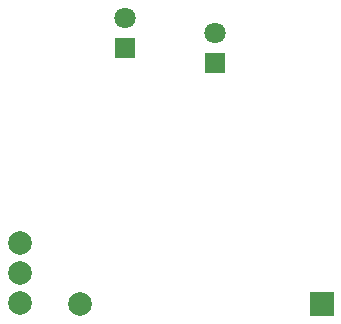
<source format=gbr>
%TF.GenerationSoftware,KiCad,Pcbnew,(5.1.9)-1*%
%TF.CreationDate,2021-04-10T08:00:09+02:00*%
%TF.ProjectId,Fledermaus3,466c6564-6572-46d6-9175-73332e6b6963,rev?*%
%TF.SameCoordinates,Original*%
%TF.FileFunction,Copper,L1,Top*%
%TF.FilePolarity,Positive*%
%FSLAX46Y46*%
G04 Gerber Fmt 4.6, Leading zero omitted, Abs format (unit mm)*
G04 Created by KiCad (PCBNEW (5.1.9)-1) date 2021-04-10 08:00:09*
%MOMM*%
%LPD*%
G01*
G04 APERTURE LIST*
%TA.AperFunction,ComponentPad*%
%ADD10R,1.800000X1.800000*%
%TD*%
%TA.AperFunction,ComponentPad*%
%ADD11C,1.800000*%
%TD*%
%TA.AperFunction,ComponentPad*%
%ADD12C,2.000000*%
%TD*%
%TA.AperFunction,ComponentPad*%
%ADD13R,2.000000X2.000000*%
%TD*%
G04 APERTURE END LIST*
D10*
%TO.P,D1,1*%
%TO.N,Net-(D1-Pad1)*%
X-5080000Y6350000D03*
D11*
%TO.P,D1,2*%
%TO.N,Net-(D1-Pad2)*%
X-5080000Y8890000D03*
%TD*%
%TO.P,D2,2*%
%TO.N,Net-(D1-Pad2)*%
X2540000Y7620000D03*
D10*
%TO.P,D2,1*%
%TO.N,Net-(D1-Pad1)*%
X2540000Y5080000D03*
%TD*%
D12*
%TO.P,S1,1*%
%TO.N,Net-(S1-Pad1)*%
X-13970000Y-15240000D03*
%TO.P,S1,2*%
%TO.N,Net-(D1-Pad2)*%
X-13970000Y-12700000D03*
%TO.P,S1,3*%
%TO.N,Net-(S1-Pad3)*%
X-13970000Y-10160000D03*
%TD*%
%TO.P,U1,1*%
%TO.N,Net-(S1-Pad1)*%
X-8890000Y-15370001D03*
D13*
%TO.P,U1,2*%
%TO.N,Net-(D1-Pad1)*%
X11561600Y-15370001D03*
%TD*%
M02*

</source>
